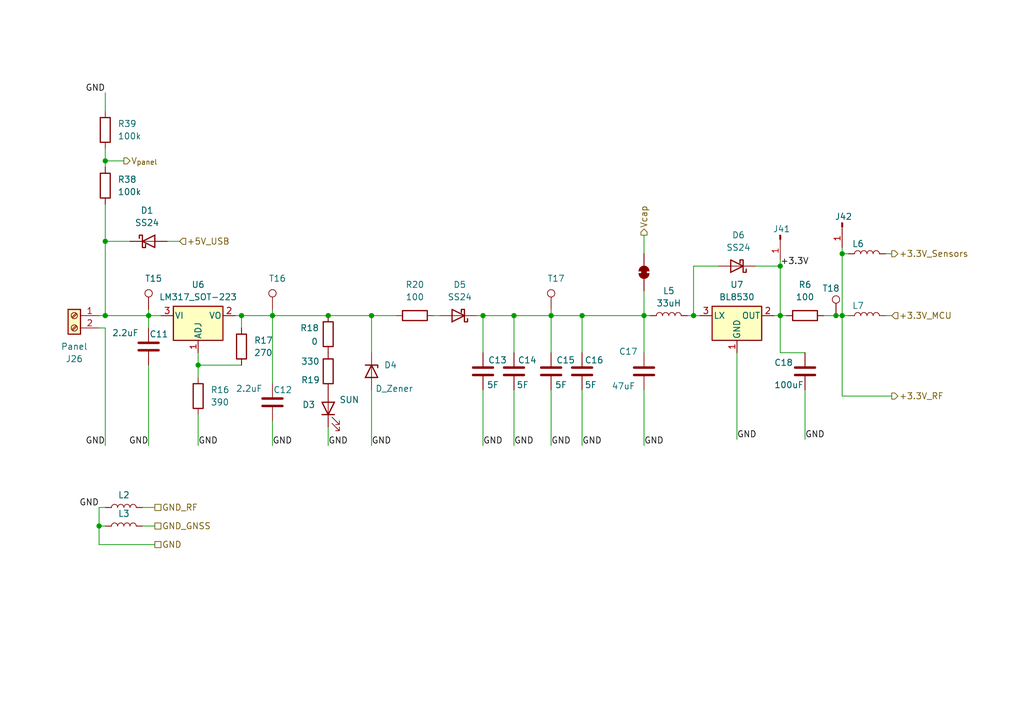
<source format=kicad_sch>
(kicad_sch (version 20231120) (generator "eeschema") (generator_version "8.0")
  (paper "A5")
  (title_block (title "Power Handler") (date "2024-11-03") (rev "1.0"))
  (lib_symbols
    (symbol "Connector:Conn_01x01_Pin" (pin_names (offset 1.016) hide)
      (property "Reference" "J" (at 0 2.54 0))
      (property "Value" "Conn_01x01_Pin" (at 0 -2.54 0))
      (symbol "Conn_01x01_Pin_1_1"
        (polyline (pts (xy 1.27 0) (xy 0.8636 0)) (stroke (width 0.1524)))
        (rectangle (start 0.8636 0.127) (end 0 -0.127) (stroke (width 0.1524)) (fill (type outline)))
        (pin passive line (at 5.08 0 180) (length 3.81) (name "Pin_1") (number "1"))
      )
    )
    (symbol "Connector:Screw_Terminal_01x02" (pin_names (offset 1.016) hide)
      (property "Reference" "J" (at 0 2.54 0))
      (property "Value" "Screw_Terminal_01x02" (at 0 -5.08 0))
      (symbol "Screw_Terminal_01x02_1_1"
        (rectangle (start -1.27 1.27) (end 1.27 -3.81) (stroke (width 0.254)) (fill (type background)))
        (circle (center 0 -2.54) (radius 0.635) (stroke (width 0.1524)))
        (polyline (pts (xy -0.5334 -2.2098) (xy 0.3302 -3.048)) (stroke (width 0.1524)))
        (polyline (pts (xy -0.5334 0.3302) (xy 0.3302 -0.508)) (stroke (width 0.1524)))
        (polyline (pts (xy -0.3556 -2.032) (xy 0.508 -2.8702)) (stroke (width 0.1524)))
        (polyline (pts (xy -0.3556 0.508) (xy 0.508 -0.3302)) (stroke (width 0.1524)))
        (circle (center 0 0) (radius 0.635) (stroke (width 0.1524)))
        (pin passive line (at -5.08 0 0) (length 3.81) (name "Pin_1") (number "1"))
        (pin passive line (at -5.08 -2.54 0) (length 3.81) (name "Pin_2") (number "2"))
      )
    )
    (symbol "Connector:TestPoint" (pin_numbers hide) (pin_names (offset 0.762) hide)
      (property "Reference" "TP" (at 0 6.858 0))
      (property "Value" "TestPoint" (at 0 5.08 0))
      (symbol "TestPoint_0_1"
        (circle (center 0 3.302) (radius 0.762))
      )
      (symbol "TestPoint_1_1"
        (pin passive line (at 0 0 90) (length 2.54) (name "1") (number "1"))
      )
    )
    (symbol "Device:C" (pin_numbers hide) (pin_names (offset 0.254))
      (property "Reference" "C" (at 0.635 2.54 0))
      (property "Value" "C" (at 0.635 -2.54 0))
      (symbol "C_0_1"
        (polyline (pts (xy -2.032 -0.762) (xy 2.032 -0.762)) (stroke (width 0.508)))
        (polyline (pts (xy -2.032 0.762) (xy 2.032 0.762)) (stroke (width 0.508)))
      )
      (symbol "C_1_1"
        (pin passive line (at 0 3.81 270) (length 2.794) (name "~") (number "1"))
        (pin passive line (at 0 -3.81 90) (length 2.794) (name "~") (number "2"))
      )
    )
    (symbol "Device:D_Zener" (pin_numbers hide) (pin_names (offset 1.016) hide)
      (property "Reference" "D" (at 0 2.54 0))
      (property "Value" "D_Zener" (at 0 -2.54 0))
      (symbol "D_Zener_0_1"
        (polyline (pts (xy 1.27 0) (xy -1.27 0)))
        (polyline (pts (xy -1.27 -1.27) (xy -1.27 1.27) (xy -0.762 1.27)) (stroke (width 0.254)))
        (polyline (pts (xy 1.27 -1.27) (xy 1.27 1.27) (xy -1.27 0) (xy 1.27 -1.27)) (stroke (width 0.254)))
      )
      (symbol "D_Zener_1_1"
        (pin passive line (at -3.81 0 0) (length 2.54) (name "K") (number "1"))
        (pin passive line (at 3.81 0 180) (length 2.54) (name "A") (number "2"))
      )
    )
    (symbol "Device:L" (pin_numbers hide) (pin_names (offset 1.016) hide)
      (property "Reference" "L" (at -1.27 0 90))
      (property "Value" "L" (at 1.905 0 90))
      (symbol "L_0_1"
        (arc (start 0 -2.54) (mid 0.6323 -1.905) (end 0 -1.27))
        (arc (start 0 -1.27) (mid 0.6323 -0.635) (end 0 0))
        (arc (start 0 0) (mid 0.6323 0.635) (end 0 1.27))
        (arc (start 0 1.27) (mid 0.6323 1.905) (end 0 2.54))
      )
      (symbol "L_1_1"
        (pin passive line (at 0 3.81 270) (length 1.27) (name "1") (number "1"))
        (pin passive line (at 0 -3.81 90) (length 1.27) (name "2") (number "2"))
      )
    )
    (symbol "Device:LED" (pin_numbers hide) (pin_names (offset 1.016) hide)
      (property "Reference" "D" (at 0 2.54 0))
      (property "Value" "LED" (at 0 -2.54 0))
      (symbol "LED_0_1"
        (polyline (pts (xy -1.27 -1.27) (xy -1.27 1.27)) (stroke (width 0.254)))
        (polyline (pts (xy -1.27 0) (xy 1.27 0)))
        (polyline (pts (xy 1.27 -1.27) (xy 1.27 1.27) (xy -1.27 0) (xy 1.27 -1.27)) (stroke (width 0.254)))
        (polyline (pts (xy -3.048 -0.762) (xy -4.572 -2.286) (xy -3.81 -2.286) (xy -4.572 -2.286) (xy -4.572 -1.524)))
        (polyline (pts (xy -1.778 -0.762) (xy -3.302 -2.286) (xy -2.54 -2.286) (xy -3.302 -2.286) (xy -3.302 -1.524)))
      )
      (symbol "LED_1_1"
        (pin passive line (at -3.81 0 0) (length 2.54) (name "K") (number "1"))
        (pin passive line (at 3.81 0 180) (length 2.54) (name "A") (number "2"))
      )
    )
    (symbol "Device:R" (pin_numbers hide) (pin_names (offset 0))
      (property "Reference" "R" (at 2.032 0 90))
      (property "Value" "R" (at 0 0 90))
      (symbol "R_0_1"
        (rectangle (start -1.016 -2.54) (end 1.016 2.54) (stroke (width 0.254)))
      )
      (symbol "R_1_1"
        (pin passive line (at 0 3.81 270) (length 1.27) (name "~") (number "1"))
        (pin passive line (at 0 -3.81 90) (length 1.27) (name "~") (number "2"))
      )
    )
    (symbol "Diode:B130-E3" (pin_numbers hide) (pin_names hide)
      (property "Reference" "D" (at 0 2.54 0))
      (property "Value" "B130-E3" (at 0 -2.54 0))
      (symbol "B130-E3_0_1"
        (polyline (pts (xy 1.27 0) (xy -1.27 0)))
        (polyline (pts (xy 1.27 1.27) (xy 1.27 -1.27) (xy -1.27 0) (xy 1.27 1.27)) (stroke (width 0.254)))
        (polyline (pts (xy -1.905 0.635) (xy -1.905 1.27) (xy -1.27 1.27) (xy -1.27 -1.27) (xy -0.635 -1.27) (xy -0.635 -0.635)) (stroke (width 0.254)))
      )
      (symbol "B130-E3_1_1"
        (pin passive line (at -3.81 0 0) (length 2.54) (name "K") (number "1"))
        (pin passive line (at 3.81 0 180) (length 2.54) (name "A") (number "2"))
      )
    )
    (symbol "Jumper:SolderJumper_2_Bridged" (pin_numbers hide) (pin_names (offset 0) hide) (exclude_from_sim yes) (in_bom no)
      (property "Reference" "JP" (at 0 2.032 0))
      (property "Value" "SolderJumper_2_Bridged" (at 0 -2.54 0))
      (symbol "SolderJumper_2_Bridged_0_1"
        (rectangle (start -0.508 0.508) (end 0.508 -0.508) (fill (type outline)))
        (arc (start -0.254 1.016) (mid -1.2656 0) (end -0.254 -1.016))
        (arc (start -0.254 1.016) (mid -1.2656 0) (end -0.254 -1.016) (fill (type outline)))
        (polyline (pts (xy -0.254 1.016) (xy -0.254 -1.016)))
        (polyline (pts (xy 0.254 1.016) (xy 0.254 -1.016)))
        (arc (start 0.254 -1.016) (mid 1.2656 0) (end 0.254 1.016))
        (arc (start 0.254 -1.016) (mid 1.2656 0) (end 0.254 1.016) (fill (type outline)))
      )
      (symbol "SolderJumper_2_Bridged_1_1"
        (pin passive line (at -3.81 0 0) (length 2.54) (name "A") (number "1"))
        (pin passive line (at 3.81 0 180) (length 2.54) (name "B") (number "2"))
      )
    )
    (symbol "Regulator_Linear:AP130-15Y" (pin_names (offset 0.254))
      (property "Reference" "U12" (at 0 6.35 0))
      (property "Value" "BL8530" (at 0 3.81 0))
      (symbol "AP130-15Y_0_1"
        (rectangle (start -5.08 1.905) (end 5.08 -5.08) (stroke (width 0.254)) (fill (type background)))
      )
      (symbol "AP130-15Y_1_1"
        (pin power_in line (at 0 -7.62 90) (length 2.54) (name "GND") (number "1"))
        (pin power_out line (at 7.62 0 180) (length 2.54) (name "OUT") (number "2"))
        (pin power_in line (at -7.62 0 0) (length 2.54) (name "LX") (number "3"))
      )
    )
    (symbol "Regulator_Linear:LM317_SOT-223" (pin_names (offset 0.254))
      (property "Reference" "U" (at -3.81 3.175 0))
      (property "Value" "LM317_SOT-223" (at 0 3.175 0))
      (symbol "LM317_SOT-223_0_1"
        (rectangle (start -5.08 1.905) (end 5.08 -5.08) (stroke (width 0.254)) (fill (type background)))
      )
      (symbol "LM317_SOT-223_1_1"
        (pin input line (at 0 -7.62 90) (length 2.54) (name "ADJ") (number "1"))
        (pin power_out line (at 7.62 0 180) (length 2.54) (name "VO") (number "2"))
        (pin power_in line (at -7.62 0 0) (length 2.54) (name "VI") (number "3"))
      )
    )
  )
  (junction (at 105.41 64.77))
  (junction (at 160.02 64.77))
  (junction (at 113.03 64.77))
  (junction (at 99.06 64.77))
  (junction (at 20.32 107.95))
  (junction (at 21.59 33.02))
  (junction (at 21.59 49.53))
  (junction (at 76.2 64.77))
  (junction (at 132.08 64.77))
  (junction (at 40.64 74.93))
  (junction (at 55.88 64.77))
  (junction (at 119.38 64.77))
  (junction (at 67.31 64.77))
  (junction (at 30.48 64.77))
  (junction (at 142.24 64.77))
  (junction (at 49.53 64.77))
  (junction (at 171.45 64.77))
  (junction (at 21.59 64.77))
  (junction (at 172.72 64.77))
  (junction (at 160.02 54.61))
  (junction (at 172.72 52.07))
  (wire (pts (xy 172.72 50.8) (xy 172.72 52.07)))
  (wire (pts (xy 165.1 80.01) (xy 165.1 90.17)))
  (wire (pts (xy 20.32 104.14) (xy 21.59 104.14)))
  (wire (pts (xy 142.24 64.77) (xy 143.51 64.77)))
  (wire (pts (xy 29.21 104.14) (xy 31.75 104.14)))
  (wire (pts (xy 55.88 86.36) (xy 55.88 91.44)))
  (wire (pts (xy 88.9 64.77) (xy 90.17 64.77)))
  (wire (pts (xy 132.08 59.69) (xy 132.08 64.77)))
  (wire (pts (xy 55.88 64.77) (xy 67.31 64.77)))
  (wire (pts (xy 40.64 72.39) (xy 40.64 74.93)))
  (wire (pts (xy 55.88 78.74) (xy 55.88 64.77)))
  (wire (pts (xy 140.97 64.77) (xy 142.24 64.77)))
  (wire (pts (xy 105.41 64.77) (xy 113.03 64.77)))
  (wire (pts (xy 29.21 107.95) (xy 31.75 107.95)))
  (wire (pts (xy 21.59 64.77) (xy 30.48 64.77)))
  (wire (pts (xy 99.06 72.39) (xy 99.06 64.77)))
  (wire (pts (xy 21.59 33.02) (xy 21.59 34.29)))
  (wire (pts (xy 160.02 64.77) (xy 158.75 64.77)))
  (wire (pts (xy 168.91 64.77) (xy 171.45 64.77)))
  (wire (pts (xy 30.48 63.5) (xy 30.48 64.77)))
  (wire (pts (xy 105.41 64.77) (xy 105.41 72.39)))
  (wire (pts (xy 113.03 63.5) (xy 113.03 64.77)))
  (wire (pts (xy 49.53 74.93) (xy 40.64 74.93)))
  (wire (pts (xy 31.75 111.76) (xy 20.32 111.76)))
  (wire (pts (xy 99.06 80.01) (xy 99.06 91.44)))
  (wire (pts (xy 21.59 33.02) (xy 25.4 33.02)))
  (wire (pts (xy 21.59 107.95) (xy 20.32 107.95)))
  (wire (pts (xy 171.45 64.77) (xy 172.72 64.77)))
  (wire (pts (xy 20.32 111.76) (xy 20.32 107.95)))
  (wire (pts (xy 113.03 64.77) (xy 113.03 72.39)))
  (wire (pts (xy 49.53 64.77) (xy 55.88 64.77)))
  (wire (pts (xy 30.48 64.77) (xy 30.48 67.31)))
  (wire (pts (xy 67.31 87.63) (xy 67.31 91.44)))
  (wire (pts (xy 181.61 64.77) (xy 182.88 64.77)))
  (wire (pts (xy 172.72 64.77) (xy 173.99 64.77)))
  (wire (pts (xy 21.59 49.53) (xy 26.67 49.53)))
  (wire (pts (xy 154.94 54.61) (xy 160.02 54.61)))
  (wire (pts (xy 20.32 64.77) (xy 21.59 64.77)))
  (wire (pts (xy 165.1 72.39) (xy 160.02 72.39)))
  (wire (pts (xy 132.08 64.77) (xy 133.35 64.77)))
  (wire (pts (xy 21.59 41.91) (xy 21.59 49.53)))
  (wire (pts (xy 76.2 80.01) (xy 76.2 91.44)))
  (wire (pts (xy 172.72 52.07) (xy 172.72 64.77)))
  (wire (pts (xy 173.99 52.07) (xy 172.72 52.07)))
  (wire (pts (xy 142.24 54.61) (xy 142.24 64.77)))
  (wire (pts (xy 20.32 104.14) (xy 20.32 107.95)))
  (wire (pts (xy 132.08 80.01) (xy 132.08 91.44)))
  (wire (pts (xy 21.59 67.31) (xy 20.32 67.31)))
  (wire (pts (xy 181.61 52.07) (xy 182.88 52.07)))
  (wire (pts (xy 40.64 74.93) (xy 40.64 77.47)))
  (wire (pts (xy 21.59 91.44) (xy 21.59 67.31)))
  (wire (pts (xy 76.2 64.77) (xy 76.2 72.39)))
  (wire (pts (xy 99.06 64.77) (xy 105.41 64.77)))
  (wire (pts (xy 119.38 64.77) (xy 132.08 64.77)))
  (wire (pts (xy 30.48 64.77) (xy 33.02 64.77)))
  (wire (pts (xy 21.59 30.48) (xy 21.59 33.02)))
  (wire (pts (xy 76.2 64.77) (xy 81.28 64.77)))
  (wire (pts (xy 48.26 64.77) (xy 49.53 64.77)))
  (wire (pts (xy 34.29 49.53) (xy 36.83 49.53)))
  (wire (pts (xy 113.03 64.77) (xy 119.38 64.77)))
  (wire (pts (xy 97.79 64.77) (xy 99.06 64.77)))
  (wire (pts (xy 113.03 80.01) (xy 113.03 91.44)))
  (wire (pts (xy 49.53 64.77) (xy 49.53 67.31)))
  (wire (pts (xy 119.38 80.01) (xy 119.38 91.44)))
  (wire (pts (xy 172.72 64.77) (xy 172.72 81.28)))
  (wire (pts (xy 132.08 48.26) (xy 132.08 52.07)))
  (wire (pts (xy 160.02 53.34) (xy 160.02 54.61)))
  (wire (pts (xy 147.32 54.61) (xy 142.24 54.61)))
  (wire (pts (xy 151.13 72.39) (xy 151.13 90.17)))
  (wire (pts (xy 21.59 49.53) (xy 21.59 64.77)))
  (wire (pts (xy 21.59 19.05) (xy 21.59 22.86)))
  (wire (pts (xy 160.02 72.39) (xy 160.02 64.77)))
  (wire (pts (xy 161.29 64.77) (xy 160.02 64.77)))
  (wire (pts (xy 55.88 63.5) (xy 55.88 64.77)))
  (wire (pts (xy 40.64 85.09) (xy 40.64 91.44)))
  (wire (pts (xy 67.31 64.77) (xy 76.2 64.77)))
  (wire (pts (xy 30.48 74.93) (xy 30.48 91.44)))
  (wire (pts (xy 172.72 81.28) (xy 182.88 81.28)))
  (wire (pts (xy 119.38 64.77) (xy 119.38 72.39)))
  (wire (pts (xy 105.41 80.01) (xy 105.41 91.44)))
  (wire (pts (xy 160.02 54.61) (xy 160.02 64.77)))
  (wire (pts (xy 132.08 64.77) (xy 132.08 72.39)))
  (label "GND" (at 113.03 91.44 0))
  (label "GND" (at 76.2 91.44 0))
  (label "GND" (at 30.48 91.44 180))
  (label "GND" (at 105.41 91.44 0))
  (label "GND" (at 20.32 104.14 180))
  (label "GND" (at 119.38 91.44 0))
  (label "GND" (at 132.08 91.44 0))
  (label "GND" (at 165.1 90.17 0))
  (label "GND" (at 67.31 91.44 0))
  (label "GND" (at 55.88 91.44 0))
  (label "GND" (at 151.13 90.17 0))
  (label "GND" (at 40.64 91.44 0))
  (label "+3.3V" (at 160.02 54.61 0))
  (label "GND" (at 21.59 91.44 180))
  (label "GND" (at 99.06 91.44 0))
  (label "GND" (at 21.59 19.05 180))
  (hierarchical_label "+3.3V_Sensors" (shape output) (at 182.88 52.07 0))
  (hierarchical_label "+3.3V_MCU" (shape input) (at 182.88 64.77 0))
  (hierarchical_label "GND_GNSS" (shape passive) (at 31.75 107.95 0))
  (hierarchical_label "+3.3V_RF" (shape output) (at 182.88 81.28 0))
  (hierarchical_label "+5V_USB" (shape input) (at 36.83 49.53 0))
  (hierarchical_label "GND" (shape passive) (at 31.75 111.76 0))
  (hierarchical_label "Vcap" (shape output) (at 132.08 48.26 90))
  (hierarchical_label "V_{panel}" (shape output) (at 25.4 33.02 0))
  (hierarchical_label "GND_RF" (shape passive) (at 31.75 104.14 0))
  (symbol (lib_id "Device:L") (at 177.8 52.07 90) (unit 1)
    (property "Reference" "L6" (at 174.752 50.038 90) (effects (justify right)))
    (property "Value" "MPZ1608S101ATAH0" (effects (hide yes)))
    (property "Footprint" "Inductor_SMD:L_0603_1608Metric" (effects (hide yes)))
    (property "Description" "Inductor" (effects (hide yes)))
  )
  (symbol (lib_id "Connector:Conn_01x01_Pin") (at 160.02 48.26 270) (unit 1)
    (property "Reference" "J41" (at 158.496 46.99 90) (effects (justify left)))
    (property "Value" "Conn_01x01_Pin" (effects (hide yes)))
    (property "Footprint" "Connector_PinHeader_2.54mm:PinHeader_1x01_P2.54mm_Vertical" (effects (hide yes)))
    (property "Description" "Generic connector, single row, 01x01, script generated" (effects (hide yes)))
  )
  (symbol (lib_id "Jumper:SolderJumper_2_Bridged") (at 132.08 55.88 90) (unit 1) (exclude_from_sim yes) (in_bom no)
    (property "Reference" "J39" (effects (hide yes)))
    (property "Value" "SolderJumper_2_Bridged" (effects (hide yes)))
    (property "Footprint" "Jumper:SolderJumper-2_P1.3mm_Bridged_Pad1.0x1.5mm" (effects (hide yes)))
    (property "Description" "Solder Jumper, 2-pole, closed/bridged" (effects (hide yes)))
  )
  (symbol (lib_id "Device:R") (at 21.59 26.67 180) (unit 1)
    (property "Reference" "R39" (at 24.13 25.3999 0) (effects (justify right)))
    (property "Value" "100k" (at 24.13 27.9399 0) (effects (justify right)))
    (property "Footprint" "Resistor_SMD:R_0603_1608Metric" (effects (hide yes)))
  )
  (symbol (lib_id "Device:C") (at 113.03 76.2 0) (unit 1)
    (property "Reference" "C15" (at 114.046 73.914 0) (effects (justify left)))
    (property "Value" "5F" (at 113.792 78.994 0) (effects (justify left)))
    (property "Footprint" "Capacitor_THT:C_Radial_D10.0mm_H20.0mm_P5.00mm" (effects (hide yes)))
  )
  (symbol (lib_id "Diode:B130-E3") (at 93.98 64.77 180) (unit 1)
    (property "Reference" "D5" (at 94.2975 58.42 0))
    (property "Value" "SS24" (at 94.2975 60.96 0))
    (property "Footprint" "Diode_SMD:D_SMA" (effects (hide yes)))
    (property "Datasheet" "http://www.vishay.com/docs/88946/b120.pdf" (effects (hide yes)))
    (property "Description" "30V 1A Schottky Barrier Rectifier Diode, SMA(DO-214AC)" (effects (hide yes)))
  )
  (symbol (lib_id "Device:C") (at 55.88 82.55 180) (unit 1)
    (property "Reference" "C12" (at 59.944 80.01 0) (effects (justify left)))
    (property "Value" "2.2uF" (at 53.848 79.756 0) (effects (justify left)))
    (property "Footprint" "Capacitor_SMD:C_0603_1608Metric" (effects (hide yes)))
  )
  (symbol (lib_id "Device:R") (at 21.59 38.1 180) (unit 1)
    (property "Reference" "R38" (at 24.13 36.8299 0) (effects (justify right)))
    (property "Value" "100k" (at 24.13 39.3699 0) (effects (justify right)))
    (property "Footprint" "Resistor_SMD:R_0603_1608Metric" (effects (hide yes)))
  )
  (symbol (lib_id "Device:LED") (at 67.31 83.82 90) (unit 1)
    (property "Reference" "D3" (at 61.976 83.058 90) (effects (justify right)))
    (property "Value" "SUN" (at 69.596 82.042 90) (effects (justify right)))
    (property "Footprint" "LED_SMD:LED_0603_1608Metric" (effects (hide yes)))
    (property "Description" "Light emitting diode" (effects (hide yes)))
  )
  (symbol (lib_id "Device:R") (at 165.1 64.77 90) (unit 1)
    (property "Reference" "R6" (at 165.1 58.42 90))
    (property "Value" "100" (at 165.1 60.96 90))
    (property "Footprint" "Resistor_SMD:R_1206_3216Metric" (effects (hide yes)))
    (property "Description" "Resistor" (effects (hide yes)))
  )
  (symbol (lib_id "Connector:Conn_01x01_Pin") (at 172.72 45.72 270) (unit 1)
    (property "Reference" "J42" (at 171.196 44.45 90) (effects (justify left)))
    (property "Value" "Conn_01x01_Pin" (effects (hide yes)))
    (property "Footprint" "Connector_PinHeader_2.54mm:PinHeader_1x01_P2.54mm_Vertical" (effects (hide yes)))
    (property "Description" "Generic connector, single row, 01x01, script generated" (effects (hide yes)))
  )
  (symbol (lib_id "Device:R") (at 40.64 81.28 180) (unit 1)
    (property "Reference" "R16" (at 43.18 80.0099 0) (effects (justify right)))
    (property "Value" "390" (at 43.18 82.5499 0) (effects (justify right)))
    (property "Footprint" "Resistor_SMD:R_0603_1608Metric" (effects (hide yes)))
  )
  (symbol (lib_id "Regulator_Linear:AP130-15Y") (at 151.13 64.77 0) (unit 1)
    (property "Reference" "U7" (at 151.13 58.42 0))
    (property "Value" "BL8530" (at 151.13 60.96 0))
    (property "Footprint" "Package_TO_SOT_SMD:SOT-89-3" (effects (hide yes)))
    (property "Datasheet" "https://www.diodes.com/assets/Datasheets/AP130.pdf" (effects (hide yes)))
    (property "Description" "0.3A Low Dropout regulator, positive, 1.5V fixed output, SOT-89" (effects (hide yes)))
  )
  (symbol (lib_id "Device:R") (at 67.31 76.2 0) (mirror x) (unit 1)
    (property "Reference" "R19" (at 61.722 77.978 0) (effects (justify left)))
    (property "Value" "330" (at 61.722 74.168 0) (effects (justify left)))
    (property "Footprint" "Resistor_SMD:R_0603_1608Metric" (effects (hide yes)))
  )
  (symbol (lib_id "Device:C") (at 165.1 76.2 0) (unit 1)
    (property "Reference" "C18" (at 158.75 74.422 0) (effects (justify left)))
    (property "Value" "100uF" (at 158.75 78.994 0) (effects (justify left)))
    (property "Footprint" "Capacitor_SMD:CP_Elec_6.3x7.7" (effects (hide yes)))
  )
  (symbol (lib_id "Connector:TestPoint") (at 55.88 63.5 0) (unit 1)
    (property "Reference" "T16" (at 56.896 57.15 0))
    (property "Value" "TP" (effects (hide yes)))
    (property "Footprint" "TestPoint:TestPoint_Pad_D1.0mm" (effects (hide yes)))
    (property "Description" "test point" (effects (hide yes)))
  )
  (symbol (lib_id "Diode:B130-E3") (at 151.13 54.61 180) (unit 1)
    (property "Reference" "D6" (at 151.4475 48.26 0))
    (property "Value" "SS24" (at 151.4475 50.8 0))
    (property "Footprint" "Diode_SMD:D_SMA" (effects (hide yes)))
    (property "Datasheet" "http://www.vishay.com/docs/88946/b120.pdf" (effects (hide yes)))
    (property "Description" "30V 1A Schottky Barrier Rectifier Diode, SMA(DO-214AC)" (effects (hide yes)))
  )
  (symbol (lib_id "Device:D_Zener") (at 76.2 76.2 270) (unit 1)
    (property "Reference" "D4" (at 78.74 74.9299 90) (effects (justify left)))
    (property "Value" "D_Zener" (at 76.962 79.756 90) (effects (justify left)))
    (property "Footprint" "Diode_SMD:D_MiniMELF" (effects (hide yes)))
    (property "Description" "Zener diode" (effects (hide yes)))
  )
  (symbol (lib_id "Device:L") (at 177.8 64.77 90) (unit 1)
    (property "Reference" "L7" (at 174.752 62.738 90) (effects (justify right)))
    (property "Value" "MPZ1608S101ATAH0" (effects (hide yes)))
    (property "Footprint" "Inductor_SMD:L_0603_1608Metric" (effects (hide yes)))
    (property "Description" "Inductor" (effects (hide yes)))
  )
  (symbol (lib_id "Device:R") (at 67.31 68.58 180) (unit 1)
    (property "Reference" "R18" (at 63.5 67.31 0))
    (property "Value" "0" (at 64.516 70.104 0))
    (property "Footprint" "Resistor_SMD:R_0603_1608Metric" (effects (hide yes)))
  )
  (symbol (lib_id "Device:R") (at 49.53 71.12 180) (unit 1)
    (property "Reference" "R17" (at 52.07 69.8499 0) (effects (justify right)))
    (property "Value" "270" (at 52.07 72.3899 0) (effects (justify right)))
    (property "Footprint" "Resistor_SMD:R_0603_1608Metric" (effects (hide yes)))
  )
  (symbol (lib_id "Device:R") (at 85.09 64.77 90) (unit 1)
    (property "Reference" "R20" (at 85.09 58.42 90))
    (property "Value" "100" (at 85.09 60.96 90))
    (property "Footprint" "Resistor_SMD:R_1206_3216Metric" (effects (hide yes)))
    (property "Description" "Resistor" (effects (hide yes)))
  )
  (symbol (lib_id "Regulator_Linear:LM317_SOT-223") (at 40.64 64.77 0) (unit 1)
    (property "Reference" "U6" (at 40.64 58.42 0))
    (property "Value" "LM317_SOT-223" (at 40.64 60.96 0))
    (property "Footprint" "Package_TO_SOT_SMD:SOT-223-3_TabPin2" (effects (hide yes)))
    (property "Datasheet" "http://www.ti.com/lit/ds/symlink/lm317.pdf" (effects (hide yes)))
    (property "Description" "1.5A 35V Adjustable Linear Regulator, SOT-223" (effects (hide yes)))
  )
  (symbol (lib_id "Device:C") (at 105.41 76.2 0) (unit 1)
    (property "Reference" "C14" (at 106.172 73.914 0) (effects (justify left)))
    (property "Value" "5F" (at 105.918 78.994 0) (effects (justify left)))
    (property "Footprint" "Capacitor_THT:C_Radial_D10.0mm_H20.0mm_P5.00mm" (effects (hide yes)))
  )
  (symbol (lib_id "Device:L") (at 25.4 104.14 90) (unit 1)
    (property "Reference" "L2" (at 25.4 101.6 90))
    (property "Value" "MPZ1608S101ATAH0" (effects (hide yes)))
    (property "Footprint" "Inductor_SMD:L_0603_1608Metric" (effects (hide yes)))
    (property "Description" "Inductor" (effects (hide yes)))
  )
  (symbol (lib_id "Connector:Screw_Terminal_01x02") (at 15.24 64.77 0) (mirror y) (unit 1)
    (property "Reference" "J26" (at 15.24 73.66 0))
    (property "Value" "Panel" (at 15.24 71.12 0))
    (property "Footprint" "Connector_Phoenix_MSTB:PhoenixContact_MSTBA_2,5_2-G-5,08_1x02_P5.08mm_Horizontal" (effects (hide yes)))
  )
  (symbol (lib_id "Connector:TestPoint") (at 171.45 64.77 0) (unit 1)
    (property "Reference" "T18" (at 170.434 59.182 0))
    (property "Value" "TP" (effects (hide yes)))
    (property "Footprint" "TestPoint:TestPoint_Pad_D1.0mm" (effects (hide yes)))
    (property "Description" "test point" (effects (hide yes)))
  )
  (symbol (lib_id "Device:L") (at 25.4 107.95 90) (unit 1)
    (property "Reference" "L3" (at 25.4 105.41 90))
    (property "Value" "MPZ1608S101ATAH0" (effects (hide yes)))
    (property "Footprint" "Inductor_SMD:L_0603_1608Metric" (effects (hide yes)))
    (property "Description" "Inductor" (effects (hide yes)))
  )
  (symbol (lib_id "Connector:TestPoint") (at 113.03 63.5 0) (unit 1)
    (property "Reference" "T17" (at 114.046 57.15 0))
    (property "Value" "TP" (effects (hide yes)))
    (property "Footprint" "TestPoint:TestPoint_Pad_D1.0mm" (effects (hide yes)))
    (property "Description" "test point" (effects (hide yes)))
  )
  (symbol (lib_id "Device:C") (at 119.38 76.2 0) (unit 1)
    (property "Reference" "C16" (at 119.888 73.914 0) (effects (justify left)))
    (property "Value" "5F" (at 119.888 78.994 0) (effects (justify left)))
    (property "Footprint" "Capacitor_THT:C_Radial_D10.0mm_H20.0mm_P5.00mm" (effects (hide yes)))
  )
  (symbol (lib_id "Device:L") (at 137.16 64.77 90) (unit 1)
    (property "Reference" "L5" (at 137.16 59.69 90))
    (property "Value" "33uH" (at 137.16 62.23 90))
    (property "Footprint" "Inductor_SMD:L_Taiyo-Yuden_NR-50xx" (effects (hide yes)))
    (property "Description" "Inductor" (effects (hide yes)))
  )
  (symbol (lib_id "Device:C") (at 132.08 76.2 180) (unit 1)
    (property "Reference" "C17" (at 130.81 72.136 0) (effects (justify left)))
    (property "Value" "47uF" (at 130.302 79.248 0) (effects (justify left)))
    (property "Footprint" "Capacitor_SMD:C_0603_1608Metric" (effects (hide yes)))
  )
  (symbol (lib_id "Device:C") (at 30.48 71.12 180) (unit 1)
    (property "Reference" "C11" (at 34.544 68.58 0) (effects (justify left)))
    (property "Value" "2.2uF" (at 28.448 68.326 0) (effects (justify left)))
    (property "Footprint" "Capacitor_SMD:C_0603_1608Metric" (effects (hide yes)))
  )
  (symbol (lib_id "Device:C") (at 99.06 76.2 0) (unit 1)
    (property "Reference" "C13" (at 100.076 73.914 0) (effects (justify left)))
    (property "Value" "5F" (at 99.822 78.994 0) (effects (justify left)))
    (property "Footprint" "Capacitor_THT:C_Radial_D10.0mm_H20.0mm_P5.00mm" (effects (hide yes)))
  )
  (symbol (lib_id "Connector:TestPoint") (at 30.48 63.5 0) (unit 1)
    (property "Reference" "T15" (at 31.496 57.15 0))
    (property "Value" "TP" (effects (hide yes)))
    (property "Footprint" "TestPoint:TestPoint_Pad_D1.0mm" (effects (hide yes)))
    (property "Description" "test point" (effects (hide yes)))
  )
  (symbol (lib_id "Diode:B130-E3") (at 30.48 49.53 0) (unit 1)
    (property "Reference" "D1" (at 30.1625 43.18 0))
    (property "Value" "SS24" (at 30.1625 45.72 0))
    (property "Footprint" "Diode_SMD:D_SMA" (effects (hide yes)))
    (property "Datasheet" "http://www.vishay.com/docs/88946/b120.pdf" (effects (hide yes)))
    (property "Description" "30V 1A Schottky Barrier Rectifier Diode, SMA(DO-214AC)" (effects (hide yes)))
  )
)
</source>
